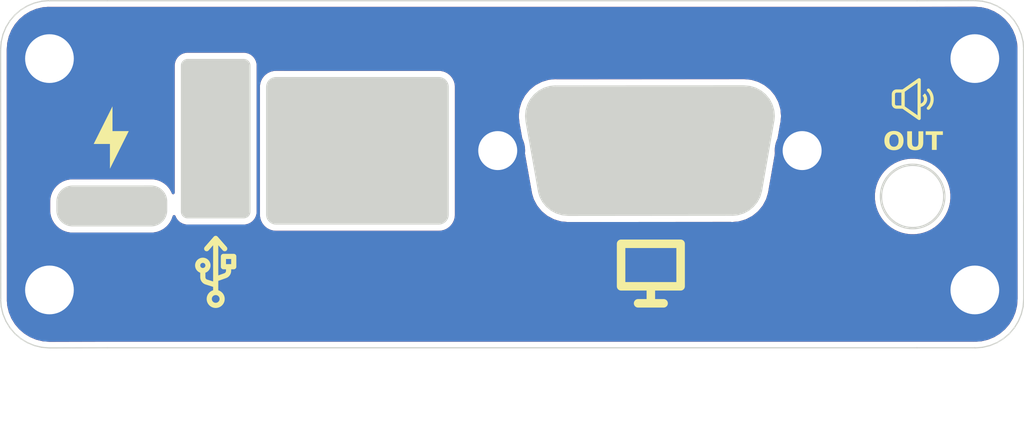
<source format=kicad_pcb>
(kicad_pcb (version 20241229) (generator "pcbnew") (generator_version "9.0")
  (layers (0 "F.Cu" signal) (2 "B.Cu" signal) (13 "F.Paste" user) (15 "B.Paste" user) (5 "F.SilkS" user "F.Silkscreen") (7 "B.SilkS" user "B.Silkscreen") (1 "F.Mask" user) (3 "B.Mask" user) (25 "Edge.Cuts" user))
  (net 0 "")
  (net 1 "GND")
  (footprint "FrontPanel_Parts:USB-C_OUTLINE" (layer "F.Cu") (at 102.85 94.8)
    (property "Reference" "REF**" (hide yes))
    (property "Value" "USB-C_OUTLINE" (hide yes))
    (fp_poly (pts (arc (start -3.225554 -5.65) (mid -4.166006 -5.260452) (end -4.555554 -4.32)) (arc (start -4.555554 -3.62) (mid -4.166006 -2.679548) (end -3.225554 -2.29)) (arc (start 3.224446 -2.29) (mid 4.164898 -2.679548) (end 4.554446 -3.62)) (arc (start 4.554446 -4.32269) (mid 4.164898 -5.263142) (end 3.224446 -5.65269))) (fill yes) (layer "Edge.Cuts"))
  )
  (footprint "FrontPanel_Parts:84x120x28mm_enclosure" (layer "F.Cu") (at 135.475 108.675)
    (property "Reference" "REF**" (hide yes))
    (property "Value" "84x120x28mm_enclosure" (hide yes))
    (fp_line (start -41.7584 -30.69848) (end -41.70913 -31.32611) (stroke (width 0.1)) (layer "Edge.Cuts"))
    (fp_line (start -41.75764 -10.1862) (end -41.74621 -10.19839) (stroke (width 0.1)) (layer "Edge.Cuts"))
    (fp_line (start -41.74621 -10.19839) (end -41.7584 -30.69848) (stroke (width 0.1)) (layer "Edge.Cuts"))
    (fp_line (start -41.70913 -31.32611) (end -41.56206 -31.93825) (stroke (width 0.1)) (layer "Edge.Cuts"))
    (fp_line (start -41.70913 -9.57076) (end -41.75764 -10.1862) (stroke (width 0.1)) (layer "Edge.Cuts"))
    (fp_line (start -41.56206 -31.93825) (end -41.32127 -32.51991) (stroke (width 0.1)) (layer "Edge.Cuts"))
    (fp_line (start -41.56206 -8.95862) (end -41.70913 -9.57076) (stroke (width 0.1)) (layer "Edge.Cuts"))
    (fp_line (start -41.32127 -32.51991) (end -40.99234 -33.05687) (stroke (width 0.1)) (layer "Edge.Cuts"))
    (fp_line (start -41.32127 -8.37696) (end -41.56206 -8.95862) (stroke (width 0.1)) (layer "Edge.Cuts"))
    (fp_line (start -40.99234 -33.05687) (end -40.5834 -33.53566) (stroke (width 0.1)) (layer "Edge.Cuts"))
    (fp_line (start -40.99234 -7.84) (end -41.32127 -8.37696) (stroke (width 0.1)) (layer "Edge.Cuts"))
    (fp_line (start -40.5834 -33.53566) (end -40.10461 -33.9446) (stroke (width 0.1)) (layer "Edge.Cuts"))
    (fp_line (start -40.5834 -7.36121) (end -40.99234 -7.84) (stroke (width 0.1)) (layer "Edge.Cuts"))
    (fp_line (start -40.10461 -33.9446) (end -39.56765 -34.27353) (stroke (width 0.1)) (layer "Edge.Cuts"))
    (fp_line (start -40.10461 -6.95227) (end -40.5834 -7.36121) (stroke (width 0.1)) (layer "Edge.Cuts"))
    (fp_line (start -39.56765 -34.27353) (end -38.98599 -34.51457) (stroke (width 0.1)) (layer "Edge.Cuts"))
    (fp_line (start -39.56765 -6.62334) (end -40.10461 -6.95227) (stroke (width 0.1)) (layer "Edge.Cuts"))
    (fp_line (start -38.98599 -34.51457) (end -38.37385 -34.66139) (stroke (width 0.1)) (layer "Edge.Cuts"))
    (fp_line (start -38.98599 -6.38255) (end -39.56765 -6.62334) (stroke (width 0.1)) (layer "Edge.Cuts"))
    (fp_line (start -38.37385 -34.66139) (end -37.75841 -34.7099) (stroke (width 0.1)) (layer "Edge.Cuts"))
    (fp_line (start -38.37385 -6.23548) (end -38.98599 -6.38255) (stroke (width 0.1)) (layer "Edge.Cuts"))
    (fp_line (start -37.75841 -34.7099) (end -37.74622 -34.69847) (stroke (width 0.1)) (layer "Edge.Cuts"))
    (fp_line (start -37.74622 -34.69847) (end -32.99616 -34.69847) (stroke (width 0.1)) (layer "Edge.Cuts"))
    (fp_line (start -37.74622 -6.18621) (end -38.37385 -6.23548) (stroke (width 0.1)) (layer "Edge.Cuts"))
    (fp_line (start -32.99616 -34.69847) (end 33.50383 -34.69847) (stroke (width 0.1)) (layer "Edge.Cuts"))
    (fp_line (start -32.99616 -6.1984) (end -37.74622 -6.18621) (stroke (width 0.1)) (layer "Edge.Cuts"))
    (fp_line (start 33.50383 -34.69847) (end 38.25388 -34.71092) (stroke (width 0.1)) (layer "Edge.Cuts"))
    (fp_line (start 33.50383 -6.1984) (end -32.99616 -6.1984) (stroke (width 0.1)) (layer "Edge.Cuts"))
    (fp_line (start 38.25388 -34.71092) (end 38.88152 -34.66139) (stroke (width 0.1)) (layer "Edge.Cuts"))
    (fp_line (start 38.25388 -6.1984) (end 33.50383 -6.1984) (stroke (width 0.1)) (layer "Edge.Cuts"))
    (fp_line (start 38.26608 -6.18697) (end 38.25388 -6.1984) (stroke (width 0.1)) (layer "Edge.Cuts"))
    (fp_line (start 38.88152 -34.66139) (end 39.49366 -34.51457) (stroke (width 0.1)) (layer "Edge.Cuts"))
    (fp_line (start 38.88152 -6.23548) (end 38.26608 -6.18697) (stroke (width 0.1)) (layer "Edge.Cuts"))
    (fp_line (start 39.49366 -34.51457) (end 40.07532 -34.27353) (stroke (width 0.1)) (layer "Edge.Cuts"))
    (fp_line (start 39.49366 -6.38255) (end 38.88152 -6.23548) (stroke (width 0.1)) (layer "Edge.Cuts"))
    (fp_line (start 40.07532 -34.27353) (end 40.61227 -33.9446) (stroke (width 0.1)) (layer "Edge.Cuts"))
    (fp_line (start 40.07532 -6.62334) (end 39.49366 -6.38255) (stroke (width 0.1)) (layer "Edge.Cuts"))
    (fp_line (start 40.61227 -33.9446) (end 41.09106 -33.53566) (stroke (width 0.1)) (layer "Edge.Cuts"))
    (fp_line (start 40.61227 -6.95227) (end 40.07532 -6.62334) (stroke (width 0.1)) (layer "Edge.Cuts"))
    (fp_line (start 41.09106 -33.53566) (end 41.5 -33.05687) (stroke (width 0.1)) (layer "Edge.Cuts"))
    (fp_line (start 41.09106 -7.36121) (end 40.61227 -6.95227) (stroke (width 0.1)) (layer "Edge.Cuts"))
    (fp_line (start 41.5 -33.05687) (end 41.82893 -32.52017) (stroke (width 0.1)) (layer "Edge.Cuts"))
    (fp_line (start 41.5 -7.84) (end 41.09106 -7.36121) (stroke (width 0.1)) (layer "Edge.Cuts"))
    (fp_line (start 41.82893 -32.52017) (end 42.06973 -31.93825) (stroke (width 0.1)) (layer "Edge.Cuts"))
    (fp_line (start 41.82893 -8.37696) (end 41.5 -7.84) (stroke (width 0.1)) (layer "Edge.Cuts"))
    (fp_line (start 42.06973 -31.93825) (end 42.21679 -31.32611) (stroke (width 0.1)) (layer "Edge.Cuts"))
    (fp_line (start 42.06973 -8.95862) (end 41.82893 -8.37696) (stroke (width 0.1)) (layer "Edge.Cuts"))
    (fp_line (start 42.21679 -31.32611) (end 42.26531 -30.71092) (stroke (width 0.1)) (layer "Edge.Cuts"))
    (fp_line (start 42.21679 -9.57076) (end 42.06973 -8.95862) (stroke (width 0.1)) (layer "Edge.Cuts"))
    (fp_line (start 42.25388 -30.69848) (end 42.26632 -10.19839) (stroke (width 0.1)) (layer "Edge.Cuts"))
    (fp_line (start 42.26531 -30.71092) (end 42.25388 -30.69848) (stroke (width 0.1)) (layer "Edge.Cuts"))
    (fp_line (start 42.26632 -10.19839) (end 42.21679 -9.57076) (stroke (width 0.1)) (layer "Edge.Cuts"))
    (pad "1" thru_hole circle (at -37.74622 -29.94842) (size 5 5) (drill 4) (layers "*.Cu" "*.Mask") (net 1 "GND"))
    (pad "2" thru_hole circle (at 38.25388 -29.94842) (size 5 5) (drill 4) (layers "*.Cu" "*.Mask") (net 1 "GND"))
    (pad "3" thru_hole circle (at -37.74622 -10.94845) (size 5 5) (drill 4) (layers "*.Cu" "*.Mask") (net 1 "GND"))
    (pad "4" thru_hole circle (at 38.25388 -10.94845) (size 5 5) (drill 4) (layers "*.Cu" "*.Mask") (net 1 "GND"))
  )
  (footprint "FrontPanel_Parts:USB_1P_VERTICAL" (layer "F.Cu") (at 111.08 84.500492)
    (property "Reference" "REF**" (hide yes))
    (property "Value" "USB_1P_VERTICAL" (hide yes))
    (fp_poly (pts (arc (start -2 7.349017) (mid -2.395285 7.185285) (end -2.559017 6.79)) (arc (start -2.559017 -5.190983) (mid -2.395285 -5.586268) (end -2 -5.75)) (arc (start 2.6 -5.75) (mid 2.995279 -5.586267) (end 3.159017 -5.190983)) (arc (start 3.159017 6.789999) (mid 2.995285 7.185284) (end 2.6 7.349017))) (fill yes) (layer "Edge.Cuts"))
  )
  (footprint "FrontPanel_Parts:DB15-VGA" (layer "F.Cu") (at 147.1 80.6)
    (property "Reference" "REF**" (hide yes))
    (property "Value" "DB15-VGA" (hide yes))
    (fp_poly (pts (xy 7.67459 0.31905) (xy -7.78131 0.33099) (xy -7.7902 0.32286) (xy -7.79046 0.32286) (xy -7.79071 0.32261) (xy -7.79452 0.32134) (xy -7.79808 0.32007) (xy -7.79833 0.32032) (xy -7.79858 0.32007) (xy -8.27864 0.36757) (xy -8.27966 0.36808) (xy -8.28068 0.36782) (xy -8.75388 0.51133) (xy -8.75464 0.51209) (xy -8.75591 0.51209) (xy -9.19177 0.74527) (xy -9.19254 0.74603) (xy -9.19355 0.74654) (xy -9.57582 1.05997) (xy -9.57633 1.06099) (xy -9.57735 1.0615) (xy -9.89104 1.44377) (xy -9.89129 1.44478) (xy -9.89205 1.44554) (xy -10.12522 1.88166) (xy -10.12522 1.88268) (xy -10.12599 1.88369) (xy -10.2695 2.35664) (xy -10.2695 2.35791) (xy -10.27 2.35893) (xy -10.31852 2.85093) (xy -10.31801 2.85194) (xy -10.31852 2.85296) (xy -10.27534 3.29009) (xy -10.27508 3.2906) (xy -10.27534 3.29085) (xy -9.26797 8.94972) (xy -9.24892 9.07494) (xy -9.24842 9.0757) (xy -9.24842 9.07647) (xy -9.12599 9.48033) (xy -9.12523 9.48109) (xy -9.12523 9.4821) (xy -8.89205 9.91822) (xy -8.89129 9.91898) (xy -8.89104 9.92) (xy -8.57735 10.30227) (xy -8.57633 10.30278) (xy -8.57582 10.30379) (xy -8.19355 10.61748) (xy -8.19254 10.61774) (xy -8.19178 10.6185) (xy -7.75566 10.85167) (xy -7.75464 10.85167) (xy -7.75388 10.85243) (xy -7.28068 10.99594) (xy -7.27966 10.99594) (xy -7.27865 10.99645) (xy -6.78665 11.04471) (xy -6.78614 11.04471) (xy -6.78538 11.04497) (xy 6.67027 11.03277) (xy 6.67942 11.0409) (xy 6.67967 11.0409) (xy 6.67967 11.04116) (xy 6.68348 11.04243) (xy 6.68704 11.0437) (xy 6.68729 11.04344) (xy 6.68754 11.0437) (xy 7.1676 10.99645) (xy 7.16862 10.99594) (xy 7.16964 10.99594) (xy 7.64284 10.85243) (xy 7.6436 10.85167) (xy 7.64487 10.85167) (xy 8.08073 10.6185) (xy 8.0815 10.61774) (xy 8.08251 10.61748) (xy 8.46478 10.30379) (xy 8.46529 10.30278) (xy 8.46631 10.30227) (xy 8.78 9.92) (xy 8.78025 9.91898) (xy 8.78101 9.91822) (xy 9.01418 9.4821) (xy 9.01418 9.48109) (xy 9.01495 9.48033) (xy 9.15846 9.00712) (xy 9.15846 9.00585) (xy 9.15896 9.00509) (xy 9.1643 8.95048) (xy 10.15617 3.2939) (xy 10.16074 3.29035) (xy 10.16099 3.29009) (xy 10.16125 3.29009) (xy 10.16303 3.28654) (xy 10.16506 3.28323) (xy 10.16506 3.28298) (xy 10.16506 3.28273) (xy 10.20748 2.85296) (xy 10.20722 2.85194) (xy 10.20748 2.85093) (xy 10.15896 2.35893) (xy 10.15845 2.35791) (xy 10.15845 2.35664) (xy 10.01494 1.88369) (xy 10.01444 1.88268) (xy 10.01418 1.88166) (xy 9.78101 1.44554) (xy 9.78025 1.44478) (xy 9.77999 1.44377) (xy 9.4663 1.0615) (xy 9.46529 1.06099) (xy 9.46478 1.05997) (xy 9.08251 0.74654) (xy 9.08149 0.74603) (xy 9.08073 0.74527) (xy 8.64487 0.51209) (xy 8.6436 0.51209) (xy 8.64284 0.51133) (xy 8.16963 0.36782) (xy 8.16862 0.36808) (xy 8.1676 0.36757) (xy 7.6756 0.31905) (xy 7.6751 0.31905)) (fill yes) (layer "Edge.Cuts"))
    (pad "1" thru_hole circle (at -12.5555 5.68201) (size 4.5 4.5) (drill 3.2) (layers "*.Cu" "*.Mask") (net 1 "GND"))
    (pad "1" thru_hole circle (at 12.44445 5.68201) (size 4.5 4.5) (drill 3.2) (layers "*.Cu" "*.Mask") (net 1 "GND"))
  )
  (footprint "FrontPanel_Parts:NIC_outline" (layer "F.Cu") (at 122.98 86.47)
    (property "Reference" "REF**" (hide yes))
    (property "Value" "NIC_outline" (hide yes))
    (fp_poly (pts (arc (start 6.718353 5.89) (mid 7.299345 5.649346) (end 7.54 5.068353)) (arc (start 7.540926 -5.409346) (mid 7.300271 -5.990338) (end 6.719279 -6.230993)) (arc (start -6.638353 -6.231647) (mid -7.219345 -5.990992) (end -7.46 -5.41)) (arc (start -7.46 5.068353) (mid -7.219345 5.649345) (end -6.638353 5.89))) (fill yes) (layer "Edge.Cuts"))
  )
  (gr_poly (pts (xy 169.923319 81.184232) (xy 169.929357 81.184687) (xy 169.935375 81.185418) (xy 169.941363 81.186425) (xy 169.947311 81.187709) (xy 169.95321 81.189271) (xy 169.959048 81.19111) (xy 169.964816 81.193226) (xy 169.970504 81.195622) (xy 169.976102 81.198296) (xy 169.981599 81.201249) (xy 169.986986 81.204481) (xy 169.992252 81.207994) (xy 169.997387 81.211787) (xy 170.002381 81.21586) (xy 170.044547 81.260266) (xy 170.083991 81.306256) (xy 170.120716 81.353723) (xy 170.15472 81.402562) (xy 170.186004 81.452668) (xy 170.214567 81.503934) (xy 170.24041 81.556256) (xy 170.263533 81.609528) (xy 170.283936 81.663645) (xy 170.301618 81.7185) (xy 170.31658 81.773988) (xy 170.328821 81.830004) (xy 170.338342 81.886443) (xy 170.345143 81.943198) (xy 170.349224 82.000164) (xy 170.350584 82.057235) (xy 170.349224 82.114307) (xy 170.345143 82.171273) (xy 170.338342 82.228028) (xy 170.328821 82.284466) (xy 170.31658 82.340482) (xy 170.301618 82.39597) (xy 170.283936 82.450826) (xy 170.263533 82.504942) (xy 170.24041 82.558214) (xy 170.214567 82.610536) (xy 170.186004 82.661803) (xy 170.15472 82.711908) (xy 170.120716 82.760747) (xy 170.083991 82.808214) (xy 170.044547 82.854204) (xy 170.002381 82.89861) (xy 169.997094 82.902973) (xy 169.991614 82.907038) (xy 169.985954 82.9108) (xy 169.980128 82.914256) (xy 169.974148 82.917401) (xy 169.968026 82.920232) (xy 169.961776 82.922744) (xy 169.95541 82.924934) (xy 169.948941 82.926797) (xy 169.942382 82.92833) (xy 169.935745 82.929528) (xy 169.929043 82.930388) (xy 169.922288 82.930905) (xy 169.915495 82.931075) (xy 169.908674 82.930895) (xy 169.90184 82.93036) (xy 169.895351 82.930174) (xy 169.888907 82.929672) (xy 169.882518 82.92886) (xy 169.876194 82.927741) (xy 169.869946 82.92632) (xy 169.863785 82.924601) (xy 169.85772 82.922589) (xy 169.851763 82.920288) (xy 169.845924 82.917702) (xy 169.840214 82.914836) (xy 169.834642 82.911694) (xy 169.82922 82.90828) (xy 169.823957 82.904599) (xy 169.818866 82.900655) (xy 169.813955 82.896452) (xy 169.809235 82.891995) (xy 169.805135 82.887003) (xy 169.801317 82.881869) (xy 169.79778 82.876602) (xy 169.794523 82.871214) (xy 169.791547 82.865713) (xy 169.788852 82.860111) (xy 169.786436 82.854418) (xy 169.784299 82.848643) (xy 169.782441 82.842797) (xy 169.780862 82.836891) (xy 169.779561 82.830933) (xy 169.778538 82.824935) (xy 169.777792 82.818906) (xy 169.777324 82.812857) (xy 169.777132 82.806798) (xy 169.777217 82.800738) (xy 169.777577 82.794689) (xy 169.778213 82.78866) (xy 169.779125 82.782662) (xy 169.780311 82.776704) (xy 169.781772 82.770797) (xy 169.783507 82.764951) (xy 169.785515 82.759176) (xy 169.787797 82.753483) (xy 169.790352 82.747881) (xy 169.79318 82.74238) (xy 169.79628 82.736991) (xy 169.799652 82.731724) (xy 169.803295 82.726589) (xy 169.807209 82.721597) (xy 169.811395 82.716756) (xy 169.81585 82.712079) (xy 169.847519 82.678803) (xy 169.877373 82.644153) (xy 169.90538 82.608204) (xy 169.931509 82.571033) (xy 169.955729 82.532714) (xy 169.978007 82.493325) (xy 169.998313 82.452941) (xy 170.016615 82.411638) (xy 170.032882 82.369491) (xy 170.047081 82.326577) (xy 170.059183 82.282973) (xy 170.069155 82.238752) (xy 170.076965 82.193992) (xy 170.082583 82.148769) (xy 170.085977 82.103158) (xy 170.087115 82.057235) (xy 170.085977 82.011312) (xy 170.082583 81.965701) (xy 170.076965 81.920478) (xy 170.069155 81.875718) (xy 170.059183 81.831497) (xy 170.047081 81.787892) (xy 170.032882 81.744979) (xy 170.016615 81.702832) (xy 169.998313 81.661529) (xy 169.978007 81.621145) (xy 169.955729 81.581756) (xy 169.931509 81.543437) (xy 169.90538 81.506266) (xy 169.877373 81.470317) (xy 169.847519 81.435667) (xy 169.81585 81.402391) (xy 169.811777 81.397397) (xy 169.807984 81.392261) (xy 169.804471 81.386995) (xy 169.801239 81.381609) (xy 169.798286 81.376112) (xy 169.795612 81.370514) (xy 169.793216 81.364826) (xy 169.7911 81.359058) (xy 169.789261 81.35322) (xy 169.787699 81.347321) (xy 169.786415 81.341373) (xy 169.785408 81.335385) (xy 169.784677 81.329367) (xy 169.784222 81.323329) (xy 169.784043 81.317282) (xy 169.784138 81.311236) (xy 169.784509 81.3052) (xy 169.785154 81.299184) (xy 169.786074 81.2932) (xy 169.787267 81.287256) (xy 169.788733 81.281363) (xy 169.790472 81.275532) (xy 169.792484 81.269772) (xy 169.794768 81.264092) (xy 169.797323 81.258505) (xy 169.80015 81.253019) (xy 169.803248 81.247644) (xy 169.806616 81.242391) (xy 169.810255 81.23727) (xy 169.814163 81.23229) (xy 169.81834 81.227463) (xy 169.822787 81.222797) (xy 169.827453 81.218351) (xy 169.83228 81.214173) (xy 169.837259 81.210265) (xy 169.842381 81.206626) (xy 169.847634 81.203258) (xy 169.853008 81.20016) (xy 169.858495 81.197333) (xy 169.864082 81.194778) (xy 169.869761 81.192494) (xy 169.875522 81.190482) (xy 169.881353 81.188743) (xy 169.887246 81.187277) (xy 169.893189 81.186084) (xy 169.899174 81.185165) (xy 169.905189 81.184519) (xy 169.911225 81.184149) (xy 169.917272 81.184053)) (stroke (width -0.000001)) (fill yes) (layer "F.SilkS"))
  (gr_poly (pts (xy 169.656705 81.618872) (xy 169.687553 81.657484) (xy 169.71521 81.697949) (xy 169.739636 81.740073) (xy 169.760793 81.78366) (xy 169.778642 81.828516) (xy 169.793143 81.874445) (xy 169.804259 81.921251) (xy 169.811949 81.968741) (xy 169.816176 82.016719) (xy 169.8169 82.06499) (xy 169.814082 82.113359) (xy 169.807684 82.16163) (xy 169.797666 82.209609) (xy 169.78399 82.257101) (xy 169.766617 82.30391) (xy 169.756595 82.326857) (xy 169.745779 82.349284) (xy 169.734188 82.371177) (xy 169.721845 82.392523) (xy 169.708769 82.413309) (xy 169.694981 82.433519) (xy 169.680501 82.453141) (xy 169.665352 82.472161) (xy 169.649552 82.490565) (xy 169.633123 82.508339) (xy 169.616086 82.525469) (xy 169.598461 82.541941) (xy 169.580269 82.557742) (xy 169.561531 82.572859) (xy 169.542267 82.587276) (xy 169.522498 82.600981) (xy 169.502244 82.613959) (xy 169.481527 82.626197) (xy 169.460367 82.637681) (xy 169.438785 82.648397) (xy 169.416801 82.658331) (xy 169.394436 82.66747) (xy 169.371712 82.6758) (xy 169.348647 82.683307) (xy 169.325264 82.689977) (xy 169.301582 82.695797) (xy 169.277624 82.700752) (xy 169.253408 82.704829) (xy 169.228956 82.708014) (xy 169.204289 82.710293) (xy 169.179428 82.711652) (xy 169.154392 82.712079) (xy 169.154392 82.447495) (xy 169.184267 82.446349) (xy 169.213672 82.443005) (xy 169.242508 82.43753) (xy 169.270676 82.42999) (xy 169.298078 82.420451) (xy 169.324615 82.408979) (xy 169.350189 82.395639) (xy 169.374701 82.380499) (xy 169.398052 82.363623) (xy 169.420144 82.345079) (xy 169.440878 82.32493) (xy 169.460155 82.303245) (xy 169.477878 82.280089) (xy 169.493946 82.255527) (xy 169.508262 82.229625) (xy 169.520727 82.202451) (xy 169.531121 82.174419) (xy 169.539306 82.145979) (xy 169.545304 82.117247) (xy 169.549139 82.088341) (xy 169.550834 82.059375) (xy 169.550413 82.030467) (xy 169.547897 82.001734) (xy 169.543311 81.97329) (xy 169.536677 81.945254) (xy 169.528019 81.91774) (xy 169.517359 81.890866) (xy 169.504721 81.864748) (xy 169.490128 81.839502) (xy 169.473603 81.815245) (xy 169.45517 81.792093) (xy 169.43485 81.770162) (xy 169.622704 81.582308)) (stroke (width -0.000001)) (fill yes) (layer "F.SilkS"))
  (gr_poly (pts (xy 167.838035 81.257033) (xy 167.844551 81.257518) (xy 167.851011 81.25832) (xy 167.857405 81.259436) (xy 167.863721 81.26086) (xy 167.86995 81.262589) (xy 167.87608 81.264617) (xy 167.882101 81.266941) (xy 167.888001 81.269555) (xy 167.89377 81.272455) (xy 167.899397 81.275638) (xy 167.904871 81.279097) (xy 167.910181 81.282829) (xy 167.915316 81.28683) (xy 167.920266 81.291094) (xy 167.92502 81.295618) (xy 167.929543 81.300371) (xy 167.933808 81.305321) (xy 167.937808 81.310457) (xy 167.94154 81.315767) (xy 167.945 81.321241) (xy 167.948182 81.326867) (xy 167.951083 81.332636) (xy 167.953697 81.338536) (xy 167.95602 81.344557) (xy 167.958049 81.350687) (xy 167.959777 81.356916) (xy 167.961202 81.363233) (xy 167.962317 81.369627) (xy 167.96312 81.376087) (xy 167.963604 81.382602) (xy 167.963767 81.389162) (xy 167.963767 82.712079) (xy 167.963604 82.718639) (xy 167.96312 82.725154) (xy 167.962317 82.731614) (xy 167.961202 82.738008) (xy 167.959777 82.744325) (xy 167.958049 82.750554) (xy 167.95602 82.756684) (xy 167.953697 82.762705) (xy 167.951083 82.768605) (xy 167.948182 82.774374) (xy 167.945 82.780001) (xy 167.94154 82.785474) (xy 167.937808 82.790784) (xy 167.933808 82.79592) (xy 167.929543 82.80087) (xy 167.92502 82.805623) (xy 167.920266 82.810147) (xy 167.915316 82.814411) (xy 167.910181 82.818412) (xy 167.904871 82.822144) (xy 167.899397 82.825604) (xy 167.89377 82.828786) (xy 167.888001 82.831686) (xy 167.882101 82.8343) (xy 167.87608 82.836624) (xy 167.86995 82.838652) (xy 167.863721 82.840381) (xy 167.857405 82.841805) (xy 167.851011 82.842921) (xy 167.844551 82.843723) (xy 167.838035 82.844208) (xy 167.831475 82.844371) (xy 167.302309 82.844371) (xy 167.282629 82.843883) (xy 167.263082 82.842429) (xy 167.243702 82.840021) (xy 167.224521 82.836674) (xy 167.20557 82.832401) (xy 167.186883 82.827216) (xy 167.168493 82.821131) (xy 167.150431 82.81416) (xy 167.132731 82.806318) (xy 167.115424 82.797616) (xy 167.098544 82.788069) (xy 167.082122 82.777691) (xy 167.066192 82.766494) (xy 167.050786 82.754493) (xy 167.035936 82.7417) (xy 167.021676 82.728129) (xy 167.008105 82.713868) (xy 166.995312 82.699018) (xy 166.98331 82.683612) (xy 166.972113 82.667682) (xy 166.961735 82.651261) (xy 166.952188 82.63438) (xy 166.943487 82.617074) (xy 166.935644 82.599373) (xy 166.928673 82.581311) (xy 166.922589 82.562921) (xy 166.917403 82.544234) (xy 166.91313 82.525284) (xy 166.909783 82.506102) (xy 166.907376 82.486722) (xy 166.905921 82.467175) (xy 166.905434 82.447495) (xy 166.905434 81.653746) (xy 167.170017 81.653746) (xy 167.170017 82.447495) (xy 167.17018 82.454055) (xy 167.170664 82.460571) (xy 167.171467 82.467031) (xy 167.172582 82.473425) (xy 167.174007 82.479742) (xy 167.175735 82.485971) (xy 167.177764 82.492101) (xy 167.180087 82.498121) (xy 167.182701 82.504022) (xy 167.185602 82.509791) (xy 167.188784 82.515417) (xy 167.192244 82.520891) (xy 167.195976 82.526201) (xy 167.199976 82.531337) (xy 167.204241 82.536286) (xy 167.208764 82.54104) (xy 167.213518 82.545564) (xy 167.218468 82.549828) (xy 167.223603 82.553828) (xy 167.228913 82.557561) (xy 167.234387 82.56102) (xy 167.240014 82.564202) (xy 167.245783 82.567103) (xy 167.251683 82.569717) (xy 167.257703 82.572041) (xy 167.263834 82.574069) (xy 167.270062 82.575798) (xy 167.276379 82.577222) (xy 167.282773 82.578337) (xy 167.289233 82.57914) (xy 167.295749 82.579625) (xy 167.302309 82.579787) (xy 167.699184 82.579787) (xy 167.699184 81.521454) (xy 167.302309 81.521454) (xy 167.295749 81.521616) (xy 167.289233 81.522101) (xy 167.282773 81.522904) (xy 167.276379 81.524019) (xy 167.270062 81.525444) (xy 167.263834 81.527172) (xy 167.257703 81.529201) (xy 167.251683 81.531524) (xy 167.245783 81.534138) (xy 167.240014 81.537039) (xy 167.234387 81.540221) (xy 167.228913 81.543681) (xy 167.223603 81.547413) (xy 167.218468 81.551413) (xy 167.213518 81.555678) (xy 167.208764 81.560201) (xy 167.204241 81.564955) (xy 167.199976 81.569905) (xy 167.195976 81.57504) (xy 167.192244 81.58035) (xy 167.188784 81.585824) (xy 167.185602 81.591451) (xy 167.182701 81.59722) (xy 167.180087 81.60312) (xy 167.177764 81.60914) (xy 167.175735 81.61527) (xy 167.174007 81.621499) (xy 167.172582 81.627816) (xy 167.171467 81.63421) (xy 167.170664 81.64067) (xy 167.17018 81.647186) (xy 167.170017 81.653746) (xy 166.905434 81.653746) (xy 166.905921 81.634066) (xy 166.907376 81.614519) (xy 166.909783 81.595139) (xy 166.91313 81.575958) (xy 166.917403 81.557007) (xy 166.922589 81.53832) (xy 166.928673 81.51993) (xy 166.935644 81.501868) (xy 166.943487 81.484168) (xy 166.952188 81.466861) (xy 166.961735 81.449981) (xy 166.972113 81.433559) (xy 166.98331 81.417629) (xy 166.995312 81.402223) (xy 167.008105 81.387373) (xy 167.021676 81.373113) (xy 167.035936 81.359542) (xy 167.050786 81.346749) (xy 167.066192 81.334747) (xy 167.082122 81.32355) (xy 167.098544 81.313172) (xy 167.115424 81.303625) (xy 167.132731 81.294924) (xy 167.150431 81.287081) (xy 167.168493 81.28011) (xy 167.186883 81.274026) (xy 167.20557 81.26884) (xy 167.224521 81.264567) (xy 167.243702 81.26122) (xy 167.263082 81.258813) (xy 167.282629 81.257358) (xy 167.302309 81.256871) (xy 167.831475 81.256871)) (stroke (width -0.000001)) (fill yes) (layer "F.SilkS"))
  (gr_poly (pts (xy 111.398155 93.280299) (xy 111.414562 93.282254) (xy 111.430806 93.285511) (xy 111.446805 93.290072) (xy 111.462479 93.295936) (xy 111.477745 93.303103) (xy 111.492523 93.311573) (xy 111.499703 93.316296) (xy 111.50673 93.321346) (xy 111.506968 93.321512) (xy 111.507201 93.321685) (xy 111.507431 93.321864) (xy 111.507658 93.322049) (xy 111.508106 93.322429) (xy 111.508547 93.322818) (xy 111.508988 93.32321) (xy 111.509432 93.323598) (xy 111.509885 93.323973) (xy 111.510115 93.324155) (xy 111.510349 93.32433) (xy 111.513805 93.327014) (xy 111.517204 93.329767) (xy 111.520544 93.33259) (xy 111.523825 93.335481) (xy 111.527045 93.338439) (xy 111.530203 93.341464) (xy 111.533299 93.344554) (xy 111.536331 93.347709) (xy 111.536612 93.348002) (xy 111.536899 93.348284) (xy 111.537191 93.348556) (xy 111.537487 93.34882) (xy 111.538087 93.349329) (xy 111.538691 93.349825) (xy 111.539291 93.350322) (xy 111.539879 93.350831) (xy 111.540166 93.351095) (xy 111.540447 93.351367) (xy 111.540721 93.351649) (xy 111.540988 93.351942) (xy 112.281768 94.198548) (xy 112.290708 94.209472) (xy 112.298839 94.220874) (xy 112.306153 94.232711) (xy 112.31264 94.244938) (xy 112.318292 94.257512) (xy 112.323101 94.270389) (xy 112.327058 94.283526) (xy 112.330154 94.296879) (xy 112.33238 94.310404) (xy 112.333729 94.324057) (xy 112.33419 94.337795) (xy 112.333756 94.351574) (xy 112.332418 94.365351) (xy 112.330167 94.379081) (xy 112.326995 94.392722) (xy 112.322893 94.406229) (xy 112.317902 94.419433) (xy 112.312093 94.432176) (xy 112.305499 94.444428) (xy 112.298154 94.45616) (xy 112.29009 94.467342) (xy 112.281343 94.477946) (xy 112.271944 94.487941) (xy 112.261929 94.497298) (xy 112.251329 94.505988) (xy 112.240179 94.513983) (xy 112.228512 94.521251) (xy 112.216362 94.527765) (xy 112.203762 94.533495) (xy 112.190745 94.53841) (xy 112.177346 94.542483) (xy 112.163597 94.545684) (xy 112.149667 94.547964) (xy 112.135727 94.549305) (xy 112.121819 94.549721) (xy 112.107986 94.549225) (xy 112.094271 94.547833) (xy 112.080714 94.545559) (xy 112.067359 94.542418) (xy 112.054248 94.538422) (xy 112.041422 94.533588) (xy 112.028923 94.527929) (xy 112.016795 94.521459) (xy 112.005079 94.514194) (xy 111.993817 94.506147) (xy 111.983051 94.497332) (xy 111.972824 94.487765) (xy 111.963178 94.477458) (xy 111.593333 94.054728) (xy 111.593333 96.533239) (xy 112.088088 96.355998) (xy 112.103508 96.34975) (xy 112.118231 96.342402) (xy 112.132218 96.334015) (xy 112.145427 96.324644) (xy 112.157816 96.314349) (xy 112.169345 96.303188) (xy 112.179974 96.291219) (xy 112.18966 96.2785) (xy 112.198364 96.26509) (xy 112.206044 96.251046) (xy 112.21266 96.236427) (xy 112.218169 96.22129) (xy 112.222533 96.205695) (xy 112.225708 96.189699) (xy 112.227655 96.17336) (xy 112.228333 96.156737) (xy 112.228333 96.031367) (xy 112.016666 96.031367) (xy 112.00617 96.031107) (xy 111.995746 96.030331) (xy 111.98541 96.029047) (xy 111.975179 96.027262) (xy 111.965072 96.024983) (xy 111.955106 96.022217) (xy 111.945298 96.018972) (xy 111.935665 96.015255) (xy 111.926225 96.011072) (xy 111.916995 96.006431) (xy 111.907992 96.00134) (xy 111.899234 95.995804) (xy 111.890738 95.989833) (xy 111.882521 95.983432) (xy 111.874601 95.976609) (xy 111.866996 95.969371) (xy 111.859758 95.961765) (xy 111.852935 95.953846) (xy 111.846534 95.945629) (xy 111.840562 95.937133) (xy 111.835027 95.928375) (xy 111.829935 95.919372) (xy 111.825295 95.910142) (xy 111.821112 95.900702) (xy 111.817394 95.891069) (xy 111.814149 95.88126) (xy 111.811383 95.871294) (xy 111.809105 95.861187) (xy 111.80732 95.850957) (xy 111.806036 95.840621) (xy 111.80526 95.830196) (xy 111.805 95.8197) (xy 111.805 95.608033) (xy 112.228333 95.608033) (xy 112.651667 95.608033) (xy 112.651667 95.1847) (xy 112.228333 95.1847) (xy 112.228333 95.608033) (xy 111.805 95.608033) (xy 111.805 94.973034) (xy 111.80526 94.962538) (xy 111.806036 94.952113) (xy 111.80732 94.941777) (xy 111.809105 94.931547) (xy 111.811383 94.92144) (xy 111.814149 94.911473) (xy 111.817394 94.901665) (xy 111.821112 94.892032) (xy 111.825295 94.882592) (xy 111.829935 94.873362) (xy 111.835027 94.864359) (xy 111.840562 94.855601) (xy 111.846534 94.847105) (xy 111.852935 94.838888) (xy 111.859758 94.830968) (xy 111.866996 94.823363) (xy 111.874601 94.816125) (xy 111.882521 94.809302) (xy 111.890738 94.802901) (xy 111.899234 94.796929) (xy 111.907992 94.791394) (xy 111.916995 94.786303) (xy 111.926225 94.781662) (xy 111.935665 94.777479) (xy 111.945298 94.773761) (xy 111.955106 94.770516) (xy 111.965072 94.767751) (xy 111.975179 94.765472) (xy 111.98541 94.763687) (xy 111.995746 94.762403) (xy 112.00617 94.761627) (xy 112.016666 94.761367) (xy 112.863333 94.761367) (xy 112.873829 94.761627) (xy 112.884254 94.762403) (xy 112.89459 94.763687) (xy 112.90482 94.765472) (xy 112.914927 94.767751) (xy 112.924893 94.770516) (xy 112.934701 94.773761) (xy 112.944334 94.777479) (xy 112.953775 94.781662) (xy 112.963005 94.786303) (xy 112.972008 94.791394) (xy 112.980766 94.796929) (xy 112.989262 94.802901) (xy 112.997479 94.809302) (xy 113.005399 94.816125) (xy 113.013004 94.823363) (xy 113.020242 94.830968) (xy 113.027065 94.838888) (xy 113.033466 94.847105) (xy 113.039437 94.855601) (xy 113.044972 94.864359) (xy 113.050064 94.873362) (xy 113.054705 94.882592) (xy 113.058888 94.892032) (xy 113.062605 94.901665) (xy 113.06585 94.911473) (xy 113.068616 94.92144) (xy 113.070895 94.931547) (xy 113.07268 94.941777) (xy 113.073964 94.952113) (xy 113.074739 94.962538) (xy 113.075 94.973034) (xy 113.075 95.8197) (xy 113.074739 95.830196) (xy 113.073964 95.840621) (xy 113.07268 95.850957) (xy 113.070895 95.861187) (xy 113.068616 95.871294) (xy 113.06585 95.88126) (xy 113.062605 95.891069) (xy 113.058888 95.900702) (xy 113.054705 95.910142) (xy 113.050064 95.919372) (xy 113.044972 95.928375) (xy 113.039437 95.937133) (xy 113.033466 95.945629) (xy 113.027065 95.953846) (xy 113.020242 95.961765) (xy 113.013004 95.969371) (xy 113.005399 95.976609) (xy 112.997479 95.983432) (xy 112.989262 95.989833) (xy 112.980766 95.995804) (xy 112.972008 96.00134) (xy 112.963005 96.006431) (xy 112.953775 96.011072) (xy 112.944334 96.015255) (xy 112.934701 96.018972) (xy 112.924893 96.022217) (xy 112.914927 96.024983) (xy 112.90482 96.027262) (xy 112.89459 96.029047) (xy 112.884254 96.030331) (xy 112.873829 96.031107) (xy 112.863333 96.031367) (xy 112.651667 96.031367) (xy 112.651667 96.156737) (xy 112.651134 96.181769) (xy 112.649634 96.20661) (xy 112.647183 96.231237) (xy 112.643794 96.255629) (xy 112.639484 96.279765) (xy 112.634267 96.303621) (xy 112.62816 96.327176) (xy 112.621178 96.350409) (xy 112.613336 96.373298) (xy 112.604649 96.39582) (xy 112.595132 96.417955) (xy 112.584802 96.43968) (xy 112.573673 96.460973) (xy 112.561761 96.481813) (xy 112.549081 96.502177) (xy 112.535649 96.522045) (xy 112.521479 96.541394) (xy 112.506587 96.560202) (xy 112.490989 96.578447) (xy 112.4747 96.596108) (xy 112.457736 96.613164) (xy 112.44011 96.629591) (xy 112.42184 96.645368) (xy 112.40294 96.660474) (xy 112.383426 96.674886) (xy 112.363313 96.688584) (xy 112.342616 96.701544) (xy 112.321351 96.713745) (xy 112.299533 96.725166) (xy 112.277178 96.735784) (xy 112.2543 96.745578) (xy 112.230915 96.754526) (xy 111.593333 96.982914) (xy 111.593333 97.7559) (xy 111.625994 97.766457) (xy 111.657863 97.778394) (xy 111.688915 97.791671) (xy 111.719123 97.806246) (xy 111.74846 97.822077) (xy 111.7769 97.839123) (xy 111.804417 97.857342) (xy 111.830983 97.876693) (xy 111.856574 97.897135) (xy 111.881161 97.918625) (xy 111.904719 97.941123) (xy 111.927221 97.964586) (xy 111.968951 98.014245) (xy 112.006139 98.067269) (xy 112.038575 98.123328) (xy 112.066045 98.182088) (xy 112.077852 98.212377) (xy 112.088339 98.243218) (xy 112.097478 98.274568) (xy 112.105244 98.306387) (xy 112.111609 98.338631) (xy 112.116548 98.371261) (xy 112.120034 98.404235) (xy 112.12204 98.437511) (xy 112.12254 98.471047) (xy 112.121507 98.504802) (xy 112.118916 98.538736) (xy 112.114739 98.572805) (xy 112.109008 98.606647) (xy 112.101796 98.639906) (xy 112.093141 98.67255) (xy 112.08308 98.704545) (xy 112.07165 98.735861) (xy 112.058889 98.766464) (xy 112.044833 98.796322) (xy 112.02952 98.825404) (xy 112.012987 98.853678) (xy 111.995272 98.88111) (xy 111.976411 98.907669) (xy 111.956442 98.933322) (xy 111.935401 98.958038) (xy 111.913328 98.981785) (xy 111.890257 99.004529) (xy 111.866228 99.026239) (xy 111.841276 99.046882) (xy 111.815439 99.066428) (xy 111.788755 99.084842) (xy 111.76126 99.102093) (xy 111.732993 99.11815) (xy 111.703989 99.132979) (xy 111.674287 99.146548) (xy 111.643923 99.158826) (xy 111.612935 99.16978) (xy 111.58136 99.179378) (xy 111.549235 99.187587) (xy 111.516597 99.194376) (xy 111.483484 99.199713) (xy 111.449934 99.203564) (xy 111.415982 99.205899) (xy 111.381666 99.206684) (xy 111.347351 99.205899) (xy 111.313399 99.203564) (xy 111.279848 99.199713) (xy 111.246736 99.194376) (xy 111.214098 99.187587) (xy 111.181973 99.179378) (xy 111.150398 99.16978) (xy 111.11941 99.158826) (xy 111.089046 99.146548) (xy 111.059344 99.132979) (xy 111.03034 99.11815) (xy 111.002072 99.102093) (xy 110.974578 99.084842) (xy 110.947894 99.066428) (xy 110.922057 99.046882) (xy 110.897105 99.026239) (xy 110.873076 99.004529) (xy 110.850005 98.981785) (xy 110.827931 98.958038) (xy 110.806891 98.933322) (xy 110.786922 98.907669) (xy 110.768061 98.88111) (xy 110.750346 98.853678) (xy 110.733813 98.825404) (xy 110.7185 98.796322) (xy 110.704445 98.766464) (xy 110.691683 98.735861) (xy 110.680253 98.704545) (xy 110.670192 98.67255) (xy 110.661537 98.639906) (xy 110.654326 98.606647) (xy 110.648594 98.572805) (xy 110.644417 98.538736) (xy 110.641826 98.504802) (xy 110.640793 98.471047) (xy 110.64098 98.458565) (xy 111.064232 98.458565) (xy 111.064573 98.481706) (xy 111.066591 98.504707) (xy 111.070267 98.527475) (xy 111.075584 98.549917) (xy 111.082521 98.571939) (xy 111.091062 98.593448) (xy 111.101187 98.614352) (xy 111.112878 98.634556) (xy 111.126116 98.653968) (xy 111.140883 98.672493) (xy 111.15716 98.69004) (xy 111.174707 98.706317) (xy 111.193232 98.721083) (xy 111.212644 98.734322) (xy 111.232848 98.746012) (xy 111.253751 98.756138) (xy 111.275261 98.764678) (xy 111.297283 98.771616) (xy 111.319725 98.776933) (xy 111.342493 98.780609) (xy 111.365494 98.782627) (xy 111.388635 98.782968) (xy 111.411822 98.781613) (xy 111.434962 98.778543) (xy 111.457962 98.773741) (xy 111.480729 98.767188) (xy 111.503168 98.758865) (xy 111.524921 98.748883) (xy 111.545653 98.737419) (xy 111.565312 98.724551) (xy 111.583845 98.710358) (xy 111.601199 98.694921) (xy 111.617321 98.678317) (xy 111.632158 98.660626) (xy 111.645658 98.641927) (xy 111.657768 98.622299) (xy 111.668434 98.601821) (xy 111.677604 98.580572) (xy 111.685226 98.558632) (xy 111.691246 98.536078) (xy 111.695611 98.512991) (xy 111.698269 98.48945) (xy 111.699166 98.465533) (xy 111.698736 98.449202) (xy 111.697495 98.433086) (xy 111.695462 98.417204) (xy 111.692657 98.401577) (xy 111.689101 98.386224) (xy 111.684814 98.371165) (xy 111.679815 98.35642) (xy 111.674123 98.342009) (xy 111.66776 98.327952) (xy 111.660745 98.314268) (xy 111.653097 98.300978) (xy 111.644837 98.288102) (xy 111.635984 98.275659) (xy 111.626559 98.263669) (xy 111.616581 98.252153) (xy 111.606071 98.241129) (xy 111.595047 98.230618) (xy 111.583531 98.220641) (xy 111.571541 98.211216) (xy 111.559098 98.202363) (xy 111.546222 98.194103) (xy 111.532932 98.186455) (xy 111.519248 98.17944) (xy 111.505191 98.173077) (xy 111.49078 98.167385) (xy 111.476035 98.162386) (xy 111.460976 98.158098) (xy 111.445623 98.154542) (xy 111.429996 98.151738) (xy 111.414114 98.149705) (xy 111.397997 98.148464) (xy 111.381666 98.148033) (xy 111.369666 98.148259) (xy 111.35775 98.148931) (xy 111.345927 98.150043) (xy 111.334208 98.151589) (xy 111.322603 98.153562) (xy 111.311122 98.155954) (xy 111.299773 98.158761) (xy 111.288568 98.161974) (xy 111.277516 98.165588) (xy 111.266628 98.169596) (xy 111.255912 98.17399) (xy 111.245379 98.178766) (xy 111.235039 98.183915) (xy 111.224901 98.189432) (xy 111.214976 98.19531) (xy 111.205273 98.201542) (xy 111.195802 98.208121) (xy 111.186574 98.215042) (xy 111.177597 98.222296) (xy 111.168883 98.229879) (xy 111.16044 98.237783) (xy 111.152279 98.246001) (xy 111.144409 98.254527) (xy 111.136841 98.263355) (xy 111.129585 98.272477) (xy 111.122649 98.281888) (xy 111.116045 98.29158) (xy 111.109781 98.301546) (xy 111.103869 98.311782) (xy 111.098317 98.322279) (xy 111.093135 98.333031) (xy 111.088335 98.344031) (xy 111.080012 98.366471) (xy 111.073458 98.389238) (xy 111.068656 98.412238) (xy 111.065587 98.435378) (xy 111.064232 98.458565) (xy 110.64098 98.458565) (xy 110.641294 98.437511) (xy 110.6433 98.404235) (xy 110.646785 98.371261) (xy 110.651724 98.338631) (xy 110.65809 98.306387) (xy 110.665855 98.274568) (xy 110.674994 98.243218) (xy 110.685481 98.212377) (xy 110.697288 98.182088) (xy 110.710389 98.152391) (xy 110.724758 98.123328) (xy 110.740368 98.09494) (xy 110.757194 98.067269) (xy 110.775207 98.040357) (xy 110.794382 98.014245) (xy 110.814693 97.988974) (xy 110.836112 97.964586) (xy 110.858614 97.941123) (xy 110.882172 97.918625) (xy 110.906759 97.897135) (xy 110.932349 97.876693) (xy 110.958916 97.857342) (xy 110.986433 97.839123) (xy 111.014873 97.822077) (xy 111.04421 97.806246) (xy 111.074418 97.791671) (xy 111.10547 97.778394) (xy 111.137339 97.766457) (xy 111.17 97.7559) (xy 111.17 97.473981) (xy 110.554952 97.279143) (xy 110.530418 97.270901) (xy 110.506398 97.261732) (xy 110.45997 97.240706) (xy 110.415807 97.216256) (xy 110.374051 97.188574) (xy 110.334841 97.15785) (xy 110.298317 97.124277) (xy 110.26462 97.088045) (xy 110.233889 97.049347) (xy 110.206265 97.008372) (xy 110.181889 96.965314) (xy 110.160899 96.920363) (xy 110.143437 96.87371) (xy 110.129643 96.825547) (xy 110.119656 96.776066) (xy 110.113617 96.725457) (xy 110.112122 96.69979) (xy 110.111667 96.673913) (xy 110.111667 96.311825) (xy 110.084676 96.301595) (xy 110.05839 96.290256) (xy 110.032827 96.277843) (xy 110.008009 96.264391) (xy 109.983955 96.249934) (xy 109.960687 96.234506) (xy 109.938223 96.218142) (xy 109.916585 96.200877) (xy 109.875865 96.16378) (xy 109.838689 96.12349) (xy 109.80522 96.080285) (xy 109.775618 96.03444) (xy 109.750046 95.986232) (xy 109.728666 95.935935) (xy 109.711639 95.883826) (xy 109.699129 95.830181) (xy 109.694617 95.802869) (xy 109.691295 95.775276) (xy 109.689183 95.747437) (xy 109.688301 95.719387) (xy 109.688373 95.713867) (xy 110.111667 95.713867) (xy 110.111817 95.721867) (xy 110.112265 95.729811) (xy 110.113007 95.737693) (xy 110.114037 95.745506) (xy 110.115352 95.753242) (xy 110.116947 95.760897) (xy 110.118818 95.768462) (xy 110.12096 95.775932) (xy 110.12337 95.7833) (xy 110.126041 95.790559) (xy 110.128971 95.797703) (xy 110.132155 95.804725) (xy 110.135588 95.811619) (xy 110.139266 95.818377) (xy 110.143184 95.824994) (xy 110.147339 95.831462) (xy 110.151725 95.837776) (xy 110.156339 95.843929) (xy 110.161175 95.849913) (xy 110.16623 95.855723) (xy 110.171499 95.861351) (xy 110.176978 95.866792) (xy 110.182662 95.872038) (xy 110.188547 95.877084) (xy 110.194629 95.881921) (xy 110.200903 95.886545) (xy 110.207364 95.890948) (xy 110.214009 95.895124) (xy 110.220832 95.899066) (xy 110.22783 95.902767) (xy 110.234998 95.906221) (xy 110.242332 95.909421) (xy 110.257292 95.91497) (xy 110.272469 95.919339) (xy 110.287803 95.92254) (xy 110.303229 95.924586) (xy 110.318687 95.92549) (xy 110.334115 95.925263) (xy 110.349449 95.923917) (xy 110.364627 95.921466) (xy 110.379589 95.917922) (xy 110.39427 95.913297) (xy 110.40861 95.907603) (xy 110.422545 95.900853) (xy 110.436015 95.893059) (xy 110.448956 95.884234) (xy 110.461306 95.874389) (xy 110.473004 95.863538) (xy 110.483855 95.85184) (xy 110.4937 95.83949) (xy 110.502525 95.826549) (xy 110.510319 95.813079) (xy 110.517069 95.799143) (xy 110.522763 95.784804) (xy 110.527389 95.770122) (xy 110.530933 95.755161) (xy 110.533384 95.739982) (xy 110.534729 95.724648) (xy 110.534956 95.709221) (xy 110.534053 95.693763) (xy 110.532007 95.678336) (xy 110.528805 95.663003) (xy 110.524436 95.647825) (xy 110.518888 95.632865) (xy 110.512233 95.618364) (xy 110.50459 95.604542) (xy 110.496011 95.591436) (xy 110.48655 95.579081) (xy 110.476258 95.567512) (xy 110.465189 95.556764) (xy 110.453395 95.546872) (xy 110.440929 95.537872) (xy 110.427843 95.529799) (xy 110.414192 95.522689) (xy 110.400026 95.516575) (xy 110.385399 95.511494) (xy 110.370363 95.507481) (xy 110.354972 95.504571) (xy 110.339278 95.502799) (xy 110.323333 95.5022) (xy 110.323321 95.5022) (xy 110.312434 95.502488) (xy 110.30169 95.503317) (xy 110.291103 95.504673) (xy 110.280685 95.506544) (xy 110.27045 95.508915) (xy 110.260411 95.511774) (xy 110.250581 95.515108) (xy 110.240974 95.518903) (xy 110.231603 95.523146) (xy 110.222482 95.527823) (xy 110.213622 95.532922) (xy 110.205038 95.538429) (xy 110.196744 95.544331) (xy 110.188751 95.550615) (xy 110.181074 95.557267) (xy 110.173725 95.564274) (xy 110.166718 95.571623) (xy 110.160067 95.579301) (xy 110.153784 95.587294) (xy 110.147883 95.595589) (xy 110.142377 95.604173) (xy 110.137279 95.613032) (xy 110.132602 95.622154) (xy 110.12836 95.631525) (xy 110.124566 95.641132) (xy 110.121234 95.650961) (xy 110.118376 95.660999) (xy 110.116005 95.671234) (xy 110.114136 95.681651) (xy 110.112781 95.692238) (xy 110.111953 95.702981) (xy 110.111667 95.713867) (xy 109.688373 95.713867) (xy 109.688669 95.69116) (xy 109.690308 95.662791) (xy 109.693238 95.634313) (xy 109.697478 95.605762) (xy 109.702997 95.57743) (xy 109.709728 95.549605) (xy 109.717639 95.522311) (xy 109.726701 95.495576) (xy 109.736882 95.469424) (xy 109.748153 95.443881) (xy 109.760483 95.418974) (xy 109.77384 95.394728) (xy 109.788195 95.371168) (xy 109.803517 95.348321) (xy 109.819776 95.326213) (xy 109.83694 95.304868) (xy 109.854979 95.284313) (xy 109.873863 95.264574) (xy 109.893561 95.245677) (xy 109.914042 95.227647) (xy 109.935276 95.210509) (xy 109.957232 95.194291) (xy 109.97988 95.179017) (xy 110.003189 95.164713) (xy 110.027129 95.151406) (xy 110.051668 95.13912) (xy 110.076777 95.127882) (xy 110.102425 95.117718) (xy 110.128581 95.108653) (xy 110.155215 95.100713) (xy 110.182295 95.093923) (xy 110.209792 95.088311) (xy 110.237675 95.0839) (xy 110.265913 95.080718) (xy 110.294476 95.07879) (xy 110.323333 95.078142) (xy 110.35219 95.07879) (xy 110.380753 95.080718) (xy 110.408991 95.0839) (xy 110.436874 95.088311) (xy 110.464371 95.093923) (xy 110.491452 95.100713) (xy 110.518085 95.108653) (xy 110.544241 95.117718) (xy 110.569889 95.127882) (xy 110.594998 95.13912) (xy 110.619537 95.151406) (xy 110.643477 95.164713) (xy 110.666786 95.179017) (xy 110.689434 95.194291) (xy 110.71139 95.210509) (xy 110.732624 95.227646) (xy 110.753106 95.245677) (xy 110.772804 95.264574) (xy 110.791687 95.284313) (xy 110.809727 95.304868) (xy 110.826891 95.326212) (xy 110.843149 95.348321) (xy 110.858471 95.371168) (xy 110.872826 95.394728) (xy 110.886184 95.418974) (xy 110.898513 95.443881) (xy 110.909784 95.469424) (xy 110.919966 95.495576) (xy 110.929028 95.522311) (xy 110.936939 95.549605) (xy 110.943669 95.57743) (xy 110.949188 95.605762) (xy 110.953429 95.634313) (xy 110.956359 95.66279) (xy 110.957998 95.69116) (xy 110.958366 95.719387) (xy 110.957484 95.747437) (xy 110.955372 95.775276) (xy 110.95205 95.802869) (xy 110.947538 95.830181) (xy 110.941857 95.857178) (xy 110.935027 95.883826) (xy 110.927068 95.910089) (xy 110.918001 95.935934) (xy 110.907845 95.961327) (xy 110.89662 95.986231) (xy 110.884348 96.010614) (xy 110.871049 96.03444) (xy 110.856741 96.057676) (xy 110.841447 96.080285) (xy 110.825185 96.102235) (xy 110.807977 96.12349) (xy 110.789843 96.144017) (xy 110.770802 96.163779) (xy 110.750875 96.182744) (xy 110.730082 96.200877) (xy 110.708443 96.218142) (xy 110.68598 96.234506) (xy 110.662711 96.249934) (xy 110.638658 96.264391) (xy 110.613839 96.277843) (xy 110.588277 96.290256) (xy 110.56199 96.301595) (xy 110.535 96.311825) (xy 110.535 96.673913) (xy 110.535152 96.682538) (xy 110.53565 96.691093) (xy 110.536489 96.69957) (xy 110.537663 96.707961) (xy 110.539165 96.716259) (xy 110.540991 96.724454) (xy 110.543134 96.73254) (xy 110.545588 96.740507) (xy 110.548349 96.748349) (xy 110.551408 96.756057) (xy 110.554762 96.763624) (xy 110.558404 96.77104) (xy 110.562328 96.778299) (xy 110.566528 96.785392) (xy 110.570999 96.792312) (xy 110.575735 96.79905) (xy 110.58073 96.805598) (xy 110.585977 96.811949) (xy 110.591472 96.818095) (xy 110.597208 96.824026) (xy 110.60318 96.829737) (xy 110.609381 96.835218) (xy 110.615806 96.840461) (xy 110.62245 96.845459) (xy 110.629305 96.850204) (xy 110.636367 96.854687) (xy 110.643629 96.858901) (xy 110.651086 96.862838) (xy 110.658732 96.866489) (xy 110.66656 96.869847) (xy 110.674566 96.872904) (xy 110.682743 96.875652) (xy 111.17 97.03) (xy 111.17 94.054728) (xy 110.800208 94.477397) (xy 110.790566 94.487707) (xy 110.780343 94.497279) (xy 110.76958 94.506097) (xy 110.758322 94.514149) (xy 110.746608 94.521419) (xy 110.734482 94.527893) (xy 110.721986 94.533557) (xy 110.709162 94.538396) (xy 110.696052 94.542396) (xy 110.682698 94.545543) (xy 110.669143 94.547823) (xy 110.655427 94.54922) (xy 110.641595 94.54972) (xy 110.627687 94.54931) (xy 110.613747 94.547975) (xy 110.599815 94.5457) (xy 110.586065 94.542504) (xy 110.572664 94.538436) (xy 110.559646 94.533526) (xy 110.547044 94.527801) (xy 110.534891 94.521292) (xy 110.523222 94.514028) (xy 110.512069 94.506038) (xy 110.501466 94.497351) (xy 110.491446 94.487998) (xy 110.482044 94.478006) (xy 110.473292 94.467406) (xy 110.465225 94.456227) (xy 110.457875 94.444498) (xy 110.451276 94.432249) (xy 110.445462 94.419508) (xy 110.440467 94.406305) (xy 110.436359 94.3928) (xy 110.433182 94.379161) (xy 110.430926 94.365431) (xy 110.429582 94.351655) (xy 110.429143 94.337876) (xy 110.429599 94.324138) (xy 110.430942 94.310484) (xy 110.433163 94.296958) (xy 110.436254 94.283604) (xy 110.440206 94.270466) (xy 110.44501 94.257587) (xy 110.450657 94.245011) (xy 110.45714 94.232781) (xy 110.464449 94.220942) (xy 110.472576 94.209536) (xy 110.481512 94.198609) (xy 111.222345 93.351942) (xy 111.222612 93.35164) (xy 111.222887 93.35135) (xy 111.22317 93.351071) (xy 111.22346 93.350801) (xy 111.223754 93.35054) (xy 111.224053 93.350285) (xy 111.224658 93.349786) (xy 111.225264 93.349292) (xy 111.225864 93.34879) (xy 111.226157 93.348532) (xy 111.226446 93.348267) (xy 111.226728 93.347993) (xy 111.227002 93.347709) (xy 111.230034 93.344554) (xy 111.23313 93.341464) (xy 111.236288 93.338439) (xy 111.239508 93.335481) (xy 111.242789 93.33259) (xy 111.246129 93.329767) (xy 111.249528 93.327014) (xy 111.252984 93.32433) (xy 111.253218 93.324155) (xy 111.253448 93.323975) (xy 111.253901 93.323602) (xy 111.254345 93.323218) (xy 111.254786 93.32283) (xy 111.255227 93.322443) (xy 111.255675 93.322062) (xy 111.255902 93.321876) (xy 111.256132 93.321694) (xy 111.256365 93.321517) (xy 111.256603 93.321346) (xy 111.26363 93.316296) (xy 111.27081 93.311573) (xy 111.285588 93.303103) (xy 111.300854 93.295936) (xy 111.316528 93.290072) (xy 111.332528 93.285511) (xy 111.348772 93.282254) (xy 111.365178 93.280299) (xy 111.381667 93.279647)) (stroke (width -0.000001)) (fill yes) (layer "F.SilkS"))
  (gr_poly (pts (xy 149.564723 93.586001) (xy 149.582045 93.586419) (xy 149.599249 93.587689) (xy 149.616308 93.589799) (xy 149.633192 93.592736) (xy 149.649872 93.596488) (xy 149.666321 93.601045) (xy 149.682509 93.606394) (xy 149.698408 93.612523) (xy 149.713989 93.61942) (xy 149.729224 93.627073) (xy 149.744083 93.635472) (xy 149.758538 93.644603) (xy 149.772561 93.654455) (xy 149.786122 93.665015) (xy 149.799194 93.676273) (xy 149.811746 93.688216) (xy 149.823691 93.700767) (xy 149.834951 93.713837) (xy 149.845514 93.727397) (xy 149.855368 93.741418) (xy 149.864502 93.755872) (xy 149.872902 93.770731) (xy 149.880558 93.785965) (xy 149.887458 93.801546) (xy 149.893589 93.817446) (xy 149.898941 93.833635) (xy 149.9035 93.850085) (xy 149.907255 93.866768) (xy 149.910195 93.883654) (xy 149.912307 93.900716) (xy 149.913579 93.917925) (xy 149.914 93.935251) (xy 149.914 97.427751) (xy 149.913581 97.445072) (xy 149.91231 97.462277) (xy 149.910199 97.479335) (xy 149.907261 97.496219) (xy 149.903506 97.512899) (xy 149.898949 97.529347) (xy 149.893599 97.545535) (xy 149.887468 97.561434) (xy 149.88057 97.577014) (xy 149.872915 97.592248) (xy 149.864516 97.607107) (xy 149.855384 97.621561) (xy 149.845531 97.635583) (xy 149.834969 97.649144) (xy 149.82371 97.662214) (xy 149.811766 97.674766) (xy 149.799214 97.68671) (xy 149.786144 97.697969) (xy 149.772583 97.708531) (xy 149.758561 97.718384) (xy 149.744107 97.727516) (xy 149.729248 97.735915) (xy 149.714014 97.74357) (xy 149.698434 97.750469) (xy 149.682535 97.756599) (xy 149.666347 97.761949) (xy 149.649899 97.766507) (xy 149.633218 97.770261) (xy 149.616335 97.773199) (xy 149.599276 97.77531) (xy 149.582072 97.776581) (xy 149.564751 97.777001) (xy 147.469251 97.777001) (xy 147.469251 98.475501) (xy 148.167751 98.475501) (xy 148.179419 98.475695) (xy 148.191024 98.476275) (xy 148.202558 98.477235) (xy 148.214012 98.478572) (xy 148.225379 98.480281) (xy 148.236651 98.482356) (xy 148.247819 98.484794) (xy 148.258876 98.48759) (xy 148.269814 98.490739) (xy 148.280625 98.494237) (xy 148.291301 98.49808) (xy 148.301834 98.502261) (xy 148.312215 98.506778) (xy 148.322438 98.511625) (xy 148.332494 98.516797) (xy 148.342376 98.522291) (xy 148.352074 98.528102) (xy 148.361582 98.534224) (xy 148.370891 98.540654) (xy 148.379993 98.547387) (xy 148.388881 98.554418) (xy 148.397546 98.561742) (xy 148.405981 98.569356) (xy 148.414178 98.577253) (xy 148.422128 98.585431) (xy 148.429823 98.593884) (xy 148.437256 98.602608) (xy 148.44442 98.611598) (xy 148.451304 98.620849) (xy 148.457903 98.630357) (xy 148.464208 98.640118) (xy 148.47021 98.650126) (xy 148.481177 98.670668) (xy 148.490681 98.691725) (xy 148.498723 98.713223) (xy 148.505303 98.735088) (xy 148.510421 98.757246) (xy 148.514077 98.779625) (xy 148.51627 98.802151) (xy 148.517001 98.824751) (xy 148.51627 98.84735) (xy 148.514077 98.869876) (xy 148.510421 98.892255) (xy 148.505303 98.914414) (xy 148.498723 98.936279) (xy 148.490681 98.957776) (xy 148.481177 98.978833) (xy 148.47021 98.999376) (xy 148.457903 99.019144) (xy 148.44442 99.037904) (xy 148.429823 99.055617) (xy 148.414178 99.072248) (xy 148.397546 99.087759) (xy 148.379993 99.102115) (xy 148.361582 99.115277) (xy 148.342376 99.12721) (xy 148.322438 99.137877) (xy 148.301834 99.14724) (xy 148.280625 99.155264) (xy 148.258876 99.161911) (xy 148.236651 99.167145) (xy 148.214012 99.170929) (xy 148.191024 99.173227) (xy 148.167751 99.174) (xy 146.072251 99.174) (xy 146.060583 99.173806) (xy 146.048977 99.173227) (xy 146.037444 99.172266) (xy 146.02599 99.170929) (xy 146.014623 99.169221) (xy 146.003351 99.167145) (xy 145.992183 99.164707) (xy 145.981126 99.161911) (xy 145.970188 99.158762) (xy 145.959377 99.155264) (xy 145.948701 99.151422) (xy 145.938168 99.14724) (xy 145.927786 99.142724) (xy 145.917563 99.137877) (xy 145.907507 99.132704) (xy 145.897626 99.12721) (xy 145.887928 99.1214) (xy 145.87842 99.115277) (xy 145.869111 99.108847) (xy 145.860008 99.102115) (xy 145.851121 99.095084) (xy 145.842455 99.087759) (xy 145.83402 99.080146) (xy 145.825824 99.072248) (xy 145.817874 99.06407) (xy 145.810179 99.055617) (xy 145.802745 99.046894) (xy 145.795582 99.037904) (xy 145.788697 99.028652) (xy 145.782099 99.019144) (xy 145.775794 99.009384) (xy 145.769792 98.999376) (xy 145.758825 98.978833) (xy 145.749321 98.957776) (xy 145.741279 98.936279) (xy 145.734699 98.914414) (xy 145.729581 98.892255) (xy 145.725925 98.869876) (xy 145.723732 98.84735) (xy 145.723001 98.824751) (xy 145.723732 98.802151) (xy 145.725925 98.779625) (xy 145.729581 98.757246) (xy 145.734699 98.735088) (xy 145.741278 98.713223) (xy 145.749321 98.691725) (xy 145.758825 98.670668) (xy 145.769791 98.650126) (xy 145.782099 98.630357) (xy 145.795582 98.611598) (xy 145.810178 98.593884) (xy 145.825824 98.577253) (xy 145.842455 98.561742) (xy 145.860008 98.547387) (xy 145.87842 98.534224) (xy 145.897626 98.522291) (xy 145.917563 98.511625) (xy 145.938168 98.502261) (xy 145.959377 98.494237) (xy 145.981125 98.48759) (xy 146.003351 98.482356) (xy 146.025989 98.478572) (xy 146.048977 98.476275) (xy 146.072251 98.475501) (xy 146.770751 98.475501) (xy 146.770751 97.777001) (xy 144.675279 97.777001) (xy 144.657957 97.776582) (xy 144.640753 97.775313) (xy 144.623694 97.773203) (xy 144.60681 97.770266) (xy 144.59013 97.766514) (xy 144.573681 97.761957) (xy 144.557493 97.756608) (xy 144.541593 97.750479) (xy 144.526012 97.743582) (xy 144.510778 97.735929) (xy 144.495919 97.72753) (xy 144.481463 97.718399) (xy 144.467441 97.708548) (xy 144.453879 97.697987) (xy 144.440808 97.686729) (xy 144.428255 97.674786) (xy 144.41631 97.662235) (xy 144.40505 97.649165) (xy 144.394487 97.635605) (xy 144.384633 97.621584) (xy 144.3755 97.607129) (xy 144.367099 97.592271) (xy 144.359443 97.577037) (xy 144.352544 97.561456) (xy 144.346412 97.545556) (xy 144.341061 97.529367) (xy 144.336502 97.512917) (xy 144.332746 97.496234) (xy 144.329807 97.479347) (xy 144.327695 97.462286) (xy 144.326422 97.445077) (xy 144.326001 97.427751) (xy 144.326001 97.078501) (xy 145.024501 97.078501) (xy 149.215501 97.078501) (xy 149.215501 94.284501) (xy 145.024501 94.284501) (xy 145.024501 97.078501) (xy 144.326001 97.078501) (xy 144.326001 93.935251) (xy 144.326421 93.91793) (xy 144.327692 93.900725) (xy 144.329803 93.883667) (xy 144.332741 93.866783) (xy 144.336495 93.850103) (xy 144.341053 93.833654) (xy 144.346403 93.817467) (xy 144.352533 93.801568) (xy 144.359432 93.785988) (xy 144.367086 93.770754) (xy 144.375486 93.755895) (xy 144.384618 93.741441) (xy 144.394471 93.727419) (xy 144.405033 93.713858) (xy 144.416292 93.700788) (xy 144.428236 93.688236) (xy 144.440788 93.676292) (xy 144.453858 93.665033) (xy 144.467419 93.654471) (xy 144.481441 93.644618) (xy 144.495895 93.635486) (xy 144.510754 93.627086) (xy 144.525987 93.619432) (xy 144.541568 93.612533) (xy 144.557467 93.606403) (xy 144.573654 93.601053) (xy 144.590103 93.596495) (xy 144.606783 93.592741) (xy 144.623667 93.589803) (xy 144.640725 93.587692) (xy 144.657929 93.586421) (xy 144.675251 93.586001) (xy 149.564751 93.586001)) (stroke (width -0.000001)) (fill yes) (layer "F.SilkS"))
  (gr_poly (pts (xy 169.161061 80.332152) (xy 169.169637 80.332947) (xy 169.178167 80.334303) (xy 169.186624 80.336223) (xy 169.19498 80.338708) (xy 169.203207 80.34176) (xy 169.211277 80.345381) (xy 169.215496 80.347483) (xy 169.219618 80.349721) (xy 169.223639 80.352093) (xy 169.227559 80.354595) (xy 169.231374 80.357224) (xy 169.235082 80.359975) (xy 169.238682 80.362846) (xy 169.24217 80.365833) (xy 169.245545 80.368932) (xy 169.248805 80.37214) (xy 169.251946 80.375453) (xy 169.254967 80.378868) (xy 169.257866 80.382381) (xy 169.26064 80.385989) (xy 169.263288 80.389688) (xy 169.265806 80.393475) (xy 169.268192 80.397346) (xy 169.270445 80.401298) (xy 169.272562 80.405327) (xy 169.274541 80.40943) (xy 169.276379 80.413602) (xy 169.278074 80.417842) (xy 169.279625 80.422144) (xy 169.281028 80.426506) (xy 169.282282 80.430923) (xy 169.283384 80.435394) (xy 169.284332 80.439913) (xy 169.285124 80.444478) (xy 169.285757 80.449084) (xy 169.28623 80.453729) (xy 169.286539 80.458409) (xy 169.286683 80.463121) (xy 169.286683 83.63812) (xy 169.286381 83.647354) (xy 169.285447 83.656464) (xy 169.283897 83.665425) (xy 169.281748 83.674207) (xy 169.279017 83.682785) (xy 169.27572 83.691132) (xy 169.271873 83.699219) (xy 169.267493 83.70702) (xy 169.262597 83.714507) (xy 169.2572 83.721654) (xy 169.25132 83.728433) (xy 169.244973 83.734818) (xy 169.238176 83.740779) (xy 169.230944 83.746292) (xy 169.223295 83.751328) (xy 169.215245 83.755861) (xy 169.211691 83.757615) (xy 169.208092 83.759259) (xy 169.20445 83.760793) (xy 169.200769 83.762216) (xy 169.197049 83.763527) (xy 169.193295 83.764726) (xy 169.189508 83.765813) (xy 169.185691 83.766786) (xy 169.181848 83.767645) (xy 169.177979 83.768389) (xy 169.174088 83.769018) (xy 169.170178 83.769531) (xy 169.16625 83.769927) (xy 169.162309 83.770207) (xy 169.158355 83.770369) (xy 169.154392 83.770412) (xy 169.149343 83.770304) (xy 169.144314 83.770004) (xy 169.139312 83.769514) (xy 169.13434 83.768836) (xy 169.129405 83.767971) (xy 169.124511 83.766921) (xy 169.119663 83.765687) (xy 169.114868 83.764272) (xy 169.110129 83.762676) (xy 169.105453 83.760902) (xy 169.100843 83.758951) (xy 169.096306 83.756825) (xy 169.091847 83.754525) (xy 169.08747 83.752053) (xy 169.083181 83.749411) (xy 169.078986 83.746599) (xy 167.756069 82.820558) (xy 167.74957 82.815749) (xy 167.743416 82.810588) (xy 167.737618 82.805094) (xy 167.732185 82.799286) (xy 167.727129 82.793183) (xy 167.722458 82.786805) (xy 167.718184 82.780171) (xy 167.714315 82.773299) (xy 167.710862 82.766209) (xy 167.707836 82.75892) (xy 167.705245 82.751451) (xy 167.7031 82.743821) (xy 167.701412 82.73605) (xy 167.70019 82.728157) (xy 167.699443 82.72016) (xy 167.699184 82.712079) (xy 167.699184 81.457954) (xy 167.963767 81.457954) (xy 167.963767 82.643287) (xy 169.0221 83.38412) (xy 169.0221 80.717121) (xy 167.963767 81.457954) (xy 167.699184 81.457954) (xy 167.699184 81.389162) (xy 167.699443 81.381082) (xy 167.700189 81.373086) (xy 167.701411 81.365192) (xy 167.703099 81.357422) (xy 167.705244 81.349792) (xy 167.707834 81.342324) (xy 167.710861 81.335035) (xy 167.714313 81.327945) (xy 167.718182 81.321073) (xy 167.722456 81.314439) (xy 167.727127 81.30806) (xy 167.732183 81.301958) (xy 167.737615 81.29615) (xy 167.743413 81.290656) (xy 167.749567 81.285494) (xy 167.756066 81.280685) (xy 169.078986 80.354642) (xy 169.086473 80.349931) (xy 169.094194 80.345763) (xy 169.102123 80.342138) (xy 169.11023 80.339059) (xy 169.118488 80.336527) (xy 169.126869 80.334545) (xy 169.135345 80.333115) (xy 169.143887 80.332237) (xy 169.152469 80.331916)) (stroke (width -0.000001)) (fill yes) (layer "F.SilkS"))
  (gr_poly (pts (xy 102.694824 87.774909) (xy 104.241896 84.680766) (xy 102.90649 84.680766) (xy 102.90649 82.644956) (xy 101.465252 85.527432) (xy 101.359419 85.739099) (xy 102.694824 85.739099)) (fill yes) (layer "F.SilkS"))
  (gr_circle (center 168.62 90.05) (end 171.22 90.05) (stroke (width 0.2)) (fill no) (layer "Edge.Cuts"))
  (gr_text "OUT" (at 166.195 86.48 0) (layer "F.SilkS") (effects (font (size 1.5 1.5) (thickness 0.3) (bold yes)) (justify left bottom)))
  (zone (net 1) (net_name "GND") (layers "F.Cu" "B.Cu") (connect_pads yes (clearance 0.5)) (min_thickness 0.25) (fill yes (thermal_gap 0.5) (thermal_bridge_width 0.5))
    (polygon (pts (xy 177.7 102.475) (xy 177.725 74.025) (xy 93.775 73.975) (xy 93.7 102.575)))
  )
)
</source>
